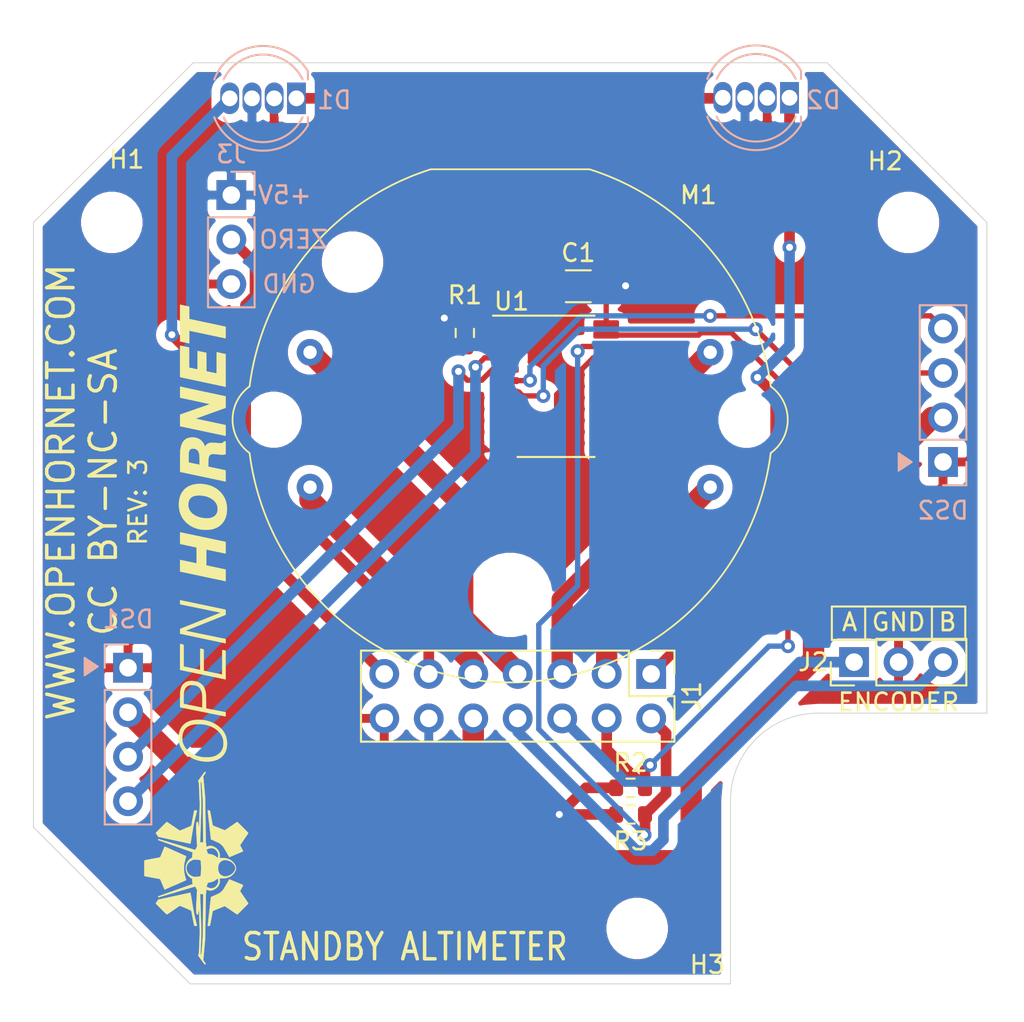
<source format=kicad_pcb>
(kicad_pcb (version 20171130) (host pcbnew "(5.1.9)-1")
  (layers (0 F.Cu signal) (31 B.Cu signal) (34 B.Paste user) (35 F.Paste user) (36 B.SilkS user) (37 F.SilkS user) (38 B.Mask user) (39 F.Mask user) (44 Edge.Cuts user))
  (net 0 "")
  (net 1 +3V3)
  (net 2 GND)
  (net 3 /CH_B)
  (net 4 /CH_A)
  (net 5 /ZERO_DETECT)
  (net 6 /COIL4)
  (net 7 /COIL3)
  (net 8 /COIL2)
  (net 9 /COIL1)
  (net 10 +5V)
  (net 11 /SD0)
  (net 12 /SC0)
  (net 13 /SD1)
  (net 14 /SC1)
  (net 15 /SCL)
  (net 16 /SDA)
  (net 17 "Net-(R1-Pad2)")
  (net 18 "Net-(U1-Pad20)")
  (net 19 "Net-(U1-Pad19)")
  (net 20 "Net-(U1-Pad18)")
  (net 21 "Net-(U1-Pad17)")
  (net 22 "Net-(U1-Pad16)")
  (net 23 "Net-(U1-Pad15)")
  (net 24 "Net-(U1-Pad14)")
  (net 25 "Net-(U1-Pad13)")
  (net 26 "Net-(U1-Pad11)")
  (net 27 "Net-(U1-Pad10)")
  (net 28 "Net-(U1-Pad9)")
  (net 29 "Net-(U1-Pad8)")
  (net 30 /LED_DIN)
  (net 31 "Net-(D1-Pad1)")
  (net 32 /LED_DOUT)
  (module Connector_PinHeader_2.54mm:PinHeader_2x07_P2.54mm_Vertical (layer F.Cu) (at 196.899518 101.778987 270)
    (fp_text reference J1 (at 1.27 -2.33 90) (layer F.SilkS))
    (fp_text value ALT_CONN)
    (pad 14 thru_hole oval (at 2.54 15.24 270) (size 1.7 1.7) (drill 1) (layers *.Cu *.Mask) (net 2 GND))
    (pad 13 thru_hole oval (at 0 15.24 270) (size 1.7 1.7) (drill 1) (layers *.Cu *.Mask) (net 30 /LED_DIN))
    (pad 12 thru_hole oval (at 2.54 12.7 270) (size 1.7 1.7) (drill 1) (layers *.Cu *.Mask) (net 10 +5V))
    (pad 11 thru_hole oval (at 0 12.7 270) (size 1.7 1.7) (drill 1) (layers *.Cu *.Mask) (net 5 /ZERO_DETECT))
    (pad 10 thru_hole oval (at 2.54 10.16 270) (size 1.7 1.7) (drill 1) (layers *.Cu *.Mask) (net 1 +3V3))
    (pad 9 thru_hole oval (at 0 10.16 270) (size 1.7 1.7) (drill 1) (layers *.Cu *.Mask) (net 8 /COIL2))
    (pad 8 thru_hole oval (at 2.54 7.62 270) (size 1.7 1.7) (drill 1) (layers *.Cu *.Mask) (net 3 /CH_B))
    (pad 7 thru_hole oval (at 0 7.62 270) (size 1.7 1.7) (drill 1) (layers *.Cu *.Mask) (net 9 /COIL1))
    (pad 6 thru_hole oval (at 2.54 5.08 270) (size 1.7 1.7) (drill 1) (layers *.Cu *.Mask) (net 4 /CH_A))
    (pad 5 thru_hole oval (at 0 5.08 270) (size 1.7 1.7) (drill 1) (layers *.Cu *.Mask) (net 6 /COIL4))
    (pad 4 thru_hole oval (at 2.54 2.54 270) (size 1.7 1.7) (drill 1) (layers *.Cu *.Mask) (net 16 /SDA))
    (pad 3 thru_hole oval (at 0 2.54 270) (size 1.7 1.7) (drill 1) (layers *.Cu *.Mask) (net 7 /COIL3))
    (pad 2 thru_hole oval (at 2.54 0 270) (size 1.7 1.7) (drill 1) (layers *.Cu *.Mask) (net 15 /SCL))
    (pad 1 thru_hole rect (at 0 0 270) (size 1.7 1.7) (drill 1) (layers *.Cu *.Mask) (net 32 /LED_DOUT))
  )
  (module LED_THT:LED_D5.0mm-4_RGB (layer B.Cu) (at 204.799807 68.880574 180)
    (fp_text reference D2 (at -1.942211 -0.132413) (layer B.SilkS) (effects (justify mirror)))
    (fp_text value 1938)
    (pad 4 thru_hole oval (at 3.81 0 180) (size 1.07 1.8) (drill 0.9) (layers *.Cu *.Mask) (net 31 "Net-(D1-Pad1)"))
    (pad 3 thru_hole oval (at 2.54 0 180) (size 1.07 1.8) (drill 0.9) (layers *.Cu *.Mask) (net 10 +5V))
    (pad 2 thru_hole oval (at 1.27 0 180) (size 1.07 1.8) (drill 0.9) (layers *.Cu *.Mask) (net 2 GND))
    (pad 1 thru_hole rect (at 0 0 180) (size 1.07 1.8) (drill 0.9) (layers *.Cu *.Mask) (net 32 /LED_DOUT))
  )
  (module LED_THT:LED_D5.0mm-4_RGB (layer B.Cu) (at 176.644309 68.912574 180)
    (fp_text reference D1 (at -2.157709 -0.100413) (layer B.SilkS) (effects (justify mirror)))
    (fp_text value 1938)
    (pad 4 thru_hole oval (at 3.81 0 180) (size 1.07 1.8) (drill 0.9) (layers *.Cu *.Mask) (net 30 /LED_DIN))
    (pad 3 thru_hole oval (at 2.54 0 180) (size 1.07 1.8) (drill 0.9) (layers *.Cu *.Mask) (net 10 +5V))
    (pad 2 thru_hole oval (at 1.27 0 180) (size 1.07 1.8) (drill 0.9) (layers *.Cu *.Mask) (net 2 GND))
    (pad 1 thru_hole rect (at 0 0 180) (size 1.07 1.8) (drill 0.9) (layers *.Cu *.Mask) (net 31 "Net-(D1-Pad1)"))
  )
  (module "KiCAD Libraries:OH_LOGO_37.7mm_5.9mm" (layer F.Cu) (at 170.927515 99.539452 90)
    (fp_text reference G*** hide)
    (fp_text value LOGO hide)
  )
  (module MountingHole:MountingHole_2.5mm (layer F.Cu) (at 196.102017 116.313568)
    (fp_text reference H3 (at 4.001498 2.063884) (layer F.SilkS))
    (fp_text value MountingHole)
    (pad 1 np_thru_hole circle (at 0 0) (size 2.5 2.5) (drill 2.5) (layers *.Cu *.Mask))
  )
  (module MountingHole:MountingHole_2.5mm (layer F.Cu) (at 211.592098 75.997987)
    (fp_text reference H2 (at -1.328583 -3.5) (layer F.SilkS))
    (fp_text value MountingHole)
    (pad 1 np_thru_hole circle (at 0 0) (size 2.5 2.5) (drill 2.5) (layers *.Cu *.Mask))
  )
  (module MountingHole:MountingHole_2.5mm (layer F.Cu) (at 166.102018 75.997987)
    (fp_text reference H1 (at 0.854497 -3.594535) (layer F.SilkS))
    (fp_text value MountingHole)
    (pad 1 np_thru_hole circle (at 0 0) (size 2.5 2.5) (drill 2.5) (layers *.Cu *.Mask))
  )
  (module Package_SO:TSSOP-24_4.4x7.8mm_P0.65mm (layer F.Cu) (at 191.467515 85.357452)
    (fp_text reference U1 (at -2.54 -4.85) (layer F.SilkS))
    (fp_text value TCA9548APWR)
    (pad 24 smd roundrect (at 2.8625 -3.575) (size 1.475 0.4) (layers F.Cu F.Paste F.Mask) (net 10 +5V))
    (pad 23 smd roundrect (at 2.8625 -2.925) (size 1.475 0.4) (layers F.Cu F.Paste F.Mask) (net 16 /SDA))
    (pad 22 smd roundrect (at 2.8625 -2.275) (size 1.475 0.4) (layers F.Cu F.Paste F.Mask) (net 15 /SCL))
    (pad 21 smd roundrect (at 2.8625 -1.625) (size 1.475 0.4) (layers F.Cu F.Paste F.Mask) (net 2 GND))
    (pad 20 smd roundrect (at 2.8625 -0.975) (size 1.475 0.4) (layers F.Cu F.Paste F.Mask) (net 18 "Net-(U1-Pad20)"))
    (pad 19 smd roundrect (at 2.8625 -0.325) (size 1.475 0.4) (layers F.Cu F.Paste F.Mask) (net 19 "Net-(U1-Pad19)"))
    (pad 18 smd roundrect (at 2.8625 0.325) (size 1.475 0.4) (layers F.Cu F.Paste F.Mask) (net 20 "Net-(U1-Pad18)"))
    (pad 17 smd roundrect (at 2.8625 0.975) (size 1.475 0.4) (layers F.Cu F.Paste F.Mask) (net 21 "Net-(U1-Pad17)"))
    (pad 16 smd roundrect (at 2.8625 1.625) (size 1.475 0.4) (layers F.Cu F.Paste F.Mask) (net 22 "Net-(U1-Pad16)"))
    (pad 15 smd roundrect (at 2.8625 2.275) (size 1.475 0.4) (layers F.Cu F.Paste F.Mask) (net 23 "Net-(U1-Pad15)"))
    (pad 14 smd roundrect (at 2.8625 2.925) (size 1.475 0.4) (layers F.Cu F.Paste F.Mask) (net 24 "Net-(U1-Pad14)"))
    (pad 13 smd roundrect (at 2.8625 3.575) (size 1.475 0.4) (layers F.Cu F.Paste F.Mask) (net 25 "Net-(U1-Pad13)"))
    (pad 12 smd roundrect (at -2.8625 3.575) (size 1.475 0.4) (layers F.Cu F.Paste F.Mask) (net 2 GND))
    (pad 11 smd roundrect (at -2.8625 2.925) (size 1.475 0.4) (layers F.Cu F.Paste F.Mask) (net 26 "Net-(U1-Pad11)"))
    (pad 10 smd roundrect (at -2.8625 2.275) (size 1.475 0.4) (layers F.Cu F.Paste F.Mask) (net 27 "Net-(U1-Pad10)"))
    (pad 9 smd roundrect (at -2.8625 1.625) (size 1.475 0.4) (layers F.Cu F.Paste F.Mask) (net 28 "Net-(U1-Pad9)"))
    (pad 8 smd roundrect (at -2.8625 0.975) (size 1.475 0.4) (layers F.Cu F.Paste F.Mask) (net 29 "Net-(U1-Pad8)"))
    (pad 7 smd roundrect (at -2.8625 0.325) (size 1.475 0.4) (layers F.Cu F.Paste F.Mask) (net 14 /SC1))
    (pad 6 smd roundrect (at -2.8625 -0.325) (size 1.475 0.4) (layers F.Cu F.Paste F.Mask) (net 13 /SD1))
    (pad 5 smd roundrect (at -2.8625 -0.975) (size 1.475 0.4) (layers F.Cu F.Paste F.Mask) (net 12 /SC0))
    (pad 4 smd roundrect (at -2.8625 -1.625) (size 1.475 0.4) (layers F.Cu F.Paste F.Mask) (net 11 /SD0))
    (pad 3 smd roundrect (at -2.8625 -2.275) (size 1.475 0.4) (layers F.Cu F.Paste F.Mask) (net 17 "Net-(R1-Pad2)"))
    (pad 2 smd roundrect (at -2.8625 -2.925) (size 1.475 0.4) (layers F.Cu F.Paste F.Mask) (net 2 GND))
    (pad 1 smd roundrect (at -2.8625 -3.575) (size 1.475 0.4) (layers F.Cu F.Paste F.Mask) (net 2 GND))
  )
  (module Resistor_SMD:R_0603_1608Metric (layer F.Cu) (at 195.722015 109.804952)
    (fp_text reference R3 (at 0 1.524) (layer F.SilkS))
    (fp_text value 10K)
    (pad 2 smd roundrect (at 0.825 0) (size 0.8 0.95) (layers F.Cu F.Paste F.Mask) (net 15 /SCL))
    (pad 1 smd roundrect (at -0.825 0) (size 0.8 0.95) (layers F.Cu F.Paste F.Mask) (net 10 +5V))
  )
  (module Resistor_SMD:R_0603_1608Metric (layer F.Cu) (at 195.722015 108.280952)
    (fp_text reference R2 (at 0 -1.43) (layer F.SilkS))
    (fp_text value 10K)
    (pad 2 smd roundrect (at 0.825 0) (size 0.8 0.95) (layers F.Cu F.Paste F.Mask) (net 16 /SDA))
    (pad 1 smd roundrect (at -0.825 0) (size 0.8 0.95) (layers F.Cu F.Paste F.Mask) (net 10 +5V))
  )
  (module Resistor_SMD:R_0603_1608Metric (layer F.Cu) (at 186.260515 82.309452 270)
    (fp_text reference R1 (at -2.159 0) (layer F.SilkS))
    (fp_text value 10K)
    (pad 2 smd roundrect (at 0.825 0 270) (size 0.8 0.95) (layers F.Cu F.Paste F.Mask) (net 17 "Net-(R1-Pad2)"))
    (pad 1 smd roundrect (at -0.825 0 270) (size 0.8 0.95) (layers F.Cu F.Paste F.Mask) (net 10 +5V))
  )
  (module "KiCAD Libraries:VID29-02" (layer F.Cu) (at 189.012058 87.263953)
    (fp_text reference M1 (at 10.583457 -12.828501) (layer F.SilkS))
    (fp_text value VID29-02)
    (pad "" np_thru_hole circle (at -0.165 10) (size 3.8 3.8) (drill 3.8) (layers *.Cu *.Mask))
    (pad "" np_thru_hole circle (at -9.165 -9) (size 2.5 2.5) (drill 2.5) (layers *.Cu *.Mask))
    (pad "" np_thru_hole circle (at 13.335 0) (size 2.2 2.2) (drill 2.2) (layers *.Cu *.Mask))
    (pad "" np_thru_hole circle (at -13.665 0) (size 2.2 2.2) (drill 2.2) (layers *.Cu *.Mask))
    (pad 4 thru_hole circle (at 11.26 -3.85) (size 1.524 1.524) (drill 0.762) (layers *.Cu *.Mask) (net 6 /COIL4))
    (pad 3 thru_hole circle (at 11.26 3.85) (size 1.524 1.524) (drill 0.762) (layers *.Cu *.Mask) (net 7 /COIL3))
    (pad 2 thru_hole circle (at -11.59 3.85) (size 1.524 1.524) (drill 0.762) (layers *.Cu *.Mask) (net 8 /COIL2))
    (pad 1 thru_hole circle (at -11.59 -3.85) (size 1.524 1.524) (drill 0.762) (layers *.Cu *.Mask) (net 9 /COIL1))
  )
  (module Connector_PinHeader_2.54mm:PinHeader_1x03_P2.54mm_Vertical (layer B.Cu) (at 172.925515 74.435452 180)
    (fp_text reference J3 (at 0 2.33) (layer B.SilkS) (effects (justify mirror)))
    (fp_text value ZERO)
    (pad 3 thru_hole oval (at 0 -5.08 180) (size 1.7 1.7) (drill 1) (layers *.Cu *.Mask) (net 2 GND))
    (pad 2 thru_hole oval (at 0 -2.54 180) (size 1.7 1.7) (drill 1) (layers *.Cu *.Mask) (net 5 /ZERO_DETECT))
    (pad 1 thru_hole rect (at 0 0 180) (size 1.7 1.7) (drill 1) (layers *.Cu *.Mask) (net 10 +5V))
  )
  (module Connector_PinHeader_2.54mm:PinHeader_1x03_P2.54mm_Vertical (layer F.Cu) (at 208.485515 101.105452 90)
    (fp_text reference J2 (at 0 -2.33 180) (layer F.SilkS))
    (fp_text value ENCODER (at -2.286 2.54 180) (layer F.SilkS))
    (pad 3 thru_hole oval (at 0 5.08 90) (size 1.7 1.7) (drill 1) (layers *.Cu *.Mask) (net 3 /CH_B))
    (pad 2 thru_hole oval (at 0 2.54 90) (size 1.7 1.7) (drill 1) (layers *.Cu *.Mask) (net 2 GND))
    (pad 1 thru_hole rect (at 0 0 90) (size 1.7 1.7) (drill 1) (layers *.Cu *.Mask) (net 4 /CH_A))
  )
  (module Connector_PinSocket_2.54mm:PinSocket_1x04_P2.54mm_Vertical (layer B.Cu) (at 213.565515 89.675452)
    (fp_text reference DS2 (at 0 2.77) (layer B.SilkS) (effects (justify mirror)))
    (fp_text value PRESS_DISP)
    (pad 4 thru_hole oval (at 0 -7.62) (size 1.7 1.7) (drill 1) (layers *.Cu *.Mask) (net 13 /SD1))
    (pad 3 thru_hole oval (at 0 -5.08) (size 1.7 1.7) (drill 1) (layers *.Cu *.Mask) (net 14 /SC1))
    (pad 2 thru_hole oval (at 0 -2.54) (size 1.7 1.7) (drill 1) (layers *.Cu *.Mask) (net 1 +3V3))
    (pad 1 thru_hole rect (at 0 0) (size 1.7 1.7) (drill 1) (layers *.Cu *.Mask) (net 2 GND))
  )
  (module Connector_PinSocket_2.54mm:PinSocket_1x04_P2.54mm_Vertical (layer B.Cu) (at 167.028601 101.427091 180)
    (fp_text reference DS1 (at 0 2.77) (layer B.SilkS) (effects (justify mirror)))
    (fp_text value 10K_ALT_DISP)
    (pad 4 thru_hole oval (at 0 -7.62 180) (size 1.7 1.7) (drill 1) (layers *.Cu *.Mask) (net 11 /SD0))
    (pad 3 thru_hole oval (at 0 -5.08 180) (size 1.7 1.7) (drill 1) (layers *.Cu *.Mask) (net 12 /SC0))
    (pad 2 thru_hole oval (at 0 -2.54 180) (size 1.7 1.7) (drill 1) (layers *.Cu *.Mask) (net 1 +3V3))
    (pad 1 thru_hole rect (at 0 0 180) (size 1.7 1.7) (drill 1) (layers *.Cu *.Mask) (net 2 GND))
  )
  (module Capacitor_SMD:C_1206_3216Metric (layer F.Cu) (at 192.737515 79.642452 180)
    (fp_text reference C1 (at 0 1.905) (layer F.SilkS))
    (fp_text value 47uF)
    (pad 2 smd roundrect (at 1.475 0 180) (size 1.15 1.8) (layers F.Cu F.Paste F.Mask) (roundrect_rratio 0.2173904347826087) (net 2 GND))
    (pad 1 smd roundrect (at -1.475 0 180) (size 1.15 1.8) (layers F.Cu F.Paste F.Mask) (roundrect_rratio 0.2173904347826087) (net 10 +5V))
  )
  (gr_text "WWW.OPENHORNET.COM\nCC BY-NC-SA" (at 164.409515 91.398552 90) (layer F.SilkS) (effects (font (size 1.5 1.5) (thickness 0.2))))
  (gr_text "REV: 3" (at 167.591515 91.961452 90) (layer F.SilkS) (effects (font (size 1 1))))
  (gr_poly (pts (xy 211.787515 89.675452) (xy 211.025515 90.183452) (xy 211.025515 89.167452)) (layer B.SilkS) (width 0.1))
  (gr_poly (pts (xy 165.305515 101.359452) (xy 164.543515 101.867452) (xy 164.543515 100.851452)) (layer B.SilkS) (width 0.1))
  (gr_text GND (at 176.227515 79.515452) (layer B.SilkS) (effects (font (size 1 1)) (justify mirror)))
  (gr_text ZERO (at 176.481515 76.975452) (layer B.SilkS) (effects (font (size 1 1)) (justify mirror)))
  (gr_text +5V (at 175.973515 74.435452) (layer B.SilkS) (effects (font (size 1 1)) (justify mirror)))
  (gr_line (start 214.835515 97.930452) (end 209.120515 97.930452) (layer F.SilkS) (width 0.12))
  (gr_line (start 214.835515 99.835452) (end 214.835515 97.930452) (layer F.SilkS) (width 0.12))
  (gr_line (start 212.930515 99.835452) (end 214.835515 99.835452) (layer F.SilkS) (width 0.12))
  (gr_line (start 209.120515 99.835452) (end 212.930515 99.835452) (layer F.SilkS) (width 0.12))
  (gr_line (start 207.215515 99.835452) (end 209.120515 99.835452) (layer F.SilkS) (width 0.12))
  (gr_line (start 207.215515 97.930452) (end 207.215515 99.835452) (layer F.SilkS) (width 0.12))
  (gr_line (start 209.120515 97.930452) (end 207.215515 97.930452) (layer F.SilkS) (width 0.12))
  (gr_line (start 212.930515 97.930452) (end 212.930515 99.835452) (layer F.SilkS) (width 0.12))
  (gr_line (start 209.120515 97.930452) (end 209.120515 99.835452) (layer F.SilkS) (width 0.12))
  (gr_text B (at 213.819515 98.819452) (layer F.SilkS) (effects (font (size 1 1))))
  (gr_text GND (at 211.025515 98.819452) (layer F.SilkS) (effects (font (size 1 1))))
  (gr_text A (at 208.231515 98.819452) (layer F.SilkS) (effects (font (size 1 1))))
  (gr_text "STANDBY ALTIMETER" (at 182.831515 117.361452) (layer F.SilkS) (effects (font (size 1.5 1.25) (thickness 0.2))))
  (gr_line (start 216.065515 104.02053) (end 216.065515 75.997987) (layer Edge.Cuts) (width 0.05))
  (gr_line (start 161.628601 110.529917) (end 170.575435 119.476751) (layer Edge.Cuts) (width 0.05))
  (gr_line (start 201.428015 119.476751) (end 201.428015 109.02053) (layer Edge.Cuts) (width 0.05))
  (gr_line (start 206.428015 104.02053) (end 216.065515 104.02053) (layer Edge.Cuts) (width 0.05))
  (gr_line (start 216.065515 75.997987) (end 206.948102 66.880574) (layer Edge.Cuts) (width 0.05))
  (gr_line (start 206.948102 66.880574) (end 170.746014 66.880574) (layer Edge.Cuts) (width 0.05))
  (gr_line (start 170.575435 119.476751) (end 201.428015 119.476751) (layer Edge.Cuts) (width 0.05))
  (gr_line (start 161.628601 75.997987) (end 161.628601 110.529917) (layer Edge.Cuts) (width 0.05))
  (gr_arc (start 206.428015 109.02053) (end 206.428015 104.02053) (angle -90) (layer Edge.Cuts) (width 0.05))
  (gr_line (start 170.746014 66.880574) (end 161.628601 75.997987) (layer Edge.Cuts) (width 0.05))
  (segment (start 170.174497 107.112987) (end 167.028601 103.967091) (width 1.2192) (layer F.Cu) (net 1))
  (segment (start 185.723518 107.112987) (end 170.174497 107.112987) (width 1.2192) (layer F.Cu) (net 1))
  (segment (start 186.739518 106.096987) (end 185.723518 107.112987) (width 1.2192) (layer F.Cu) (net 1))
  (segment (start 186.739518 104.318987) (end 186.739518 106.096987) (width 1.2192) (layer F.Cu) (net 1))
  (segment (start 212.948233 87.135452) (end 213.565515 87.135452) (width 1.2192) (layer F.Cu) (net 1))
  (segment (start 206.170518 93.913167) (end 212.948233 87.135452) (width 1.2192) (layer F.Cu) (net 1))
  (segment (start 206.170518 100.953487) (end 206.170518 93.913167) (width 1.2192) (layer F.Cu) (net 1))
  (segment (start 199.185518 107.938487) (end 206.170518 100.953487) (width 1.2192) (layer F.Cu) (net 1))
  (segment (start 199.185518 112.446987) (end 199.185518 107.938487) (width 1.2192) (layer F.Cu) (net 1))
  (segment (start 192.518018 112.446987) (end 199.185518 112.446987) (width 1.2192) (layer F.Cu) (net 1))
  (segment (start 186.739518 106.668487) (end 192.518018 112.446987) (width 1.2192) (layer F.Cu) (net 1))
  (segment (start 186.739518 104.318987) (end 186.739518 106.668487) (width 1.2192) (layer F.Cu) (net 1))
  (segment (start 193.592515 83.732452) (end 191.502018 85.822949) (width 0.3048) (layer F.Cu) (net 2))
  (segment (start 194.330015 83.732452) (end 193.592515 83.732452) (width 0.3048) (layer F.Cu) (net 2))
  (segment (start 189.332323 88.932452) (end 188.605015 88.932452) (width 0.3048) (layer F.Cu) (net 2))
  (segment (start 191.502018 86.762757) (end 189.332323 88.932452) (width 0.3048) (layer F.Cu) (net 2))
  (segment (start 191.502018 85.822949) (end 191.502018 86.762757) (width 0.3048) (layer F.Cu) (net 2))
  (segment (start 188.605015 81.782452) (end 189.539483 81.782452) (width 0.3048) (layer F.Cu) (net 2))
  (segment (start 189.539483 81.782452) (end 189.660518 81.903487) (width 0.3048) (layer F.Cu) (net 2))
  (segment (start 189.660518 81.903487) (end 189.660518 82.411487) (width 0.3048) (layer F.Cu) (net 2))
  (segment (start 189.639553 82.432452) (end 188.605015 82.432452) (width 0.3048) (layer F.Cu) (net 2))
  (segment (start 189.660518 82.411487) (end 189.639553 82.432452) (width 0.3048) (layer F.Cu) (net 2))
  (segment (start 212.210714 102.460253) (end 213.565515 101.105452) (width 0.6096) (layer B.Cu) (net 3))
  (segment (start 205.163683 102.460253) (end 212.210714 102.460253) (width 0.6096) (layer B.Cu) (net 3))
  (segment (start 197.598018 110.025918) (end 205.163683 102.460253) (width 0.6096) (layer B.Cu) (net 3))
  (segment (start 197.598018 111.240487) (end 197.598018 110.025918) (width 0.6096) (layer B.Cu) (net 3))
  (segment (start 196.074018 111.875487) (end 196.963018 111.875487) (width 0.6096) (layer B.Cu) (net 3))
  (segment (start 196.963018 111.875487) (end 197.598018 111.240487) (width 0.6096) (layer B.Cu) (net 3))
  (segment (start 189.279518 105.080987) (end 196.074018 111.875487) (width 0.6096) (layer B.Cu) (net 3))
  (segment (start 189.279518 104.318987) (end 189.279518 105.080987) (width 0.6096) (layer B.Cu) (net 3))
  (segment (start 191.819518 104.318987) (end 195.421167 107.920636) (width 0.6096) (layer B.Cu) (net 4))
  (segment (start 195.421167 107.920636) (end 198.558338 107.920636) (width 0.6096) (layer B.Cu) (net 4))
  (segment (start 198.558338 107.920636) (end 205.373522 101.105452) (width 0.6096) (layer B.Cu) (net 4))
  (segment (start 205.373522 101.105452) (end 208.485515 101.105452) (width 0.6096) (layer B.Cu) (net 4))
  (segment (start 174.280316 80.165757) (end 174.280316 78.330253) (width 0.6096) (layer F.Cu) (net 5))
  (segment (start 173.742257 80.703816) (end 174.280316 80.165757) (width 0.6096) (layer F.Cu) (net 5))
  (segment (start 173.742257 89.752444) (end 173.742257 80.703816) (width 0.6096) (layer F.Cu) (net 5))
  (segment (start 184.199518 100.209705) (end 173.742257 89.752444) (width 0.6096) (layer F.Cu) (net 5))
  (segment (start 184.199518 101.778987) (end 184.199518 100.209705) (width 0.6096) (layer F.Cu) (net 5))
  (segment (start 174.280316 78.330253) (end 172.925515 76.975452) (width 0.6096) (layer F.Cu) (net 5))
  (segment (start 191.819518 101.778987) (end 191.819518 97.559427) (width 1.2192) (layer F.Cu) (net 6))
  (segment (start 191.819518 97.559427) (end 195.877125 93.50182) (width 1.2192) (layer F.Cu) (net 6))
  (segment (start 195.877125 93.50182) (end 195.877125 87.808886) (width 1.2192) (layer F.Cu) (net 6))
  (segment (start 195.877125 87.808886) (end 200.272058 83.413953) (width 1.2192) (layer F.Cu) (net 6))
  (segment (start 194.359518 97.026493) (end 200.272058 91.113953) (width 1.2192) (layer F.Cu) (net 7))
  (segment (start 194.359518 101.778987) (end 194.359518 97.026493) (width 1.2192) (layer F.Cu) (net 7))
  (segment (start 177.422058 91.856231) (end 177.422058 91.113953) (width 1.2192) (layer F.Cu) (net 8))
  (segment (start 186.739518 101.778987) (end 186.739518 101.173691) (width 1.2192) (layer F.Cu) (net 8))
  (segment (start 186.739518 101.173691) (end 177.422058 91.856231) (width 1.2192) (layer F.Cu) (net 8))
  (segment (start 186.137457 98.564562) (end 186.137457 92.129352) (width 1.2192) (layer F.Cu) (net 9))
  (segment (start 189.279518 101.778987) (end 189.279518 101.706623) (width 1.2192) (layer F.Cu) (net 9))
  (segment (start 189.279518 101.706623) (end 186.137457 98.564562) (width 1.2192) (layer F.Cu) (net 9))
  (segment (start 186.137457 92.129352) (end 177.422058 83.413953) (width 1.2192) (layer F.Cu) (net 9))
  (via (at 185.088518 81.458987) (size 0.8) (drill 0.4) (layers F.Cu B.Cu) (net 10))
  (segment (start 185.113983 81.484452) (end 185.088518 81.458987) (width 0.3048) (layer F.Cu) (net 10))
  (segment (start 186.260515 81.484452) (end 185.113983 81.484452) (width 0.3048) (layer F.Cu) (net 10))
  (segment (start 194.330015 79.759952) (end 194.212515 79.642452) (width 0.3048) (layer F.Cu) (net 10))
  (segment (start 194.330015 81.782452) (end 194.330015 79.759952) (width 0.3048) (layer F.Cu) (net 10))
  (via (at 195.439018 79.617487) (size 0.8) (drill 0.4) (layers F.Cu B.Cu) (net 10))
  (segment (start 195.414053 79.642452) (end 195.439018 79.617487) (width 0.3048) (layer F.Cu) (net 10))
  (segment (start 194.212515 79.642452) (end 195.414053 79.642452) (width 0.3048) (layer F.Cu) (net 10))
  (segment (start 193.177981 108.280952) (end 191.653981 109.804952) (width 0.6096) (layer F.Cu) (net 10))
  (segment (start 194.897015 108.280952) (end 193.177981 108.280952) (width 0.6096) (layer F.Cu) (net 10))
  (via (at 191.653981 109.804952) (size 0.8) (drill 0.4) (layers F.Cu B.Cu) (net 10))
  (segment (start 191.653981 109.804952) (end 194.897015 109.804952) (width 0.6096) (layer F.Cu) (net 10))
  (via (at 186.866518 84.252987) (size 0.8) (drill 0.4) (layers F.Cu B.Cu) (net 11))
  (segment (start 188.605015 83.732452) (end 187.387053 83.732452) (width 0.3048) (layer F.Cu) (net 11))
  (segment (start 187.387053 83.732452) (end 186.866518 84.252987) (width 0.3048) (layer F.Cu) (net 11))
  (segment (start 167.028601 109.047091) (end 186.866518 89.209174) (width 0.6096) (layer B.Cu) (net 11))
  (segment (start 186.866518 89.209174) (end 186.866518 84.252987) (width 0.6096) (layer B.Cu) (net 11))
  (via (at 185.898783 84.505006) (size 0.8) (drill 0.4) (layers F.Cu B.Cu) (net 12))
  (segment (start 188.605015 84.382452) (end 187.850607 84.382452) (width 0.3048) (layer F.Cu) (net 12))
  (segment (start 167.028601 106.507091) (end 185.898783 87.636909) (width 0.6096) (layer B.Cu) (net 12))
  (segment (start 185.898783 87.636909) (end 185.898783 84.505006) (width 0.6096) (layer B.Cu) (net 12))
  (segment (start 187.850607 84.382452) (end 187.227671 85.005388) (width 0.3048) (layer F.Cu) (net 12))
  (segment (start 187.227671 85.005388) (end 186.399165 85.005388) (width 0.3048) (layer F.Cu) (net 12))
  (segment (start 186.399165 85.005388) (end 185.898783 84.505006) (width 0.3048) (layer F.Cu) (net 12))
  (via (at 189.978018 85.014987) (size 0.8) (drill 0.4) (layers F.Cu B.Cu) (net 13))
  (segment (start 189.960553 85.032452) (end 189.978018 85.014987) (width 0.3048) (layer F.Cu) (net 13))
  (segment (start 188.605015 85.032452) (end 189.960553 85.032452) (width 0.3048) (layer F.Cu) (net 13))
  (via (at 200.265018 81.331987) (size 0.8) (drill 0.4) (layers F.Cu B.Cu) (net 13))
  (segment (start 212.84205 81.331987) (end 213.565515 82.055452) (width 0.3048) (layer F.Cu) (net 13))
  (segment (start 200.265018 81.331987) (end 212.84205 81.331987) (width 0.3048) (layer F.Cu) (net 13))
  (segment (start 189.978018 85.014987) (end 189.978018 84.237577) (width 0.3048) (layer B.Cu) (net 13))
  (segment (start 189.978018 84.237577) (end 192.883608 81.331987) (width 0.3048) (layer B.Cu) (net 13))
  (segment (start 192.883608 81.331987) (end 200.265018 81.331987) (width 0.3048) (layer B.Cu) (net 13))
  (segment (start 205.369983 84.595452) (end 202.868518 82.093987) (width 0.3048) (layer F.Cu) (net 14))
  (via (at 202.868518 82.093987) (size 0.8) (drill 0.4) (layers F.Cu B.Cu) (net 14))
  (segment (start 213.565515 84.595452) (end 205.369983 84.595452) (width 0.3048) (layer F.Cu) (net 14))
  (segment (start 202.868518 82.093987) (end 194.613518 82.093987) (width 0.3048) (layer B.Cu) (net 14))
  (segment (start 194.613518 82.093987) (end 193.280018 82.093987) (width 0.3048) (layer B.Cu) (net 14))
  (segment (start 193.280018 82.093987) (end 192.835518 82.093987) (width 0.3048) (layer B.Cu) (net 14))
  (via (at 190.740018 85.903987) (size 0.8) (drill 0.4) (layers F.Cu B.Cu) (net 14))
  (segment (start 190.740018 84.189487) (end 190.740018 85.903987) (width 0.3048) (layer B.Cu) (net 14))
  (segment (start 192.835518 82.093987) (end 190.740018 84.189487) (width 0.3048) (layer B.Cu) (net 14))
  (segment (start 189.342515 85.682452) (end 188.605015 85.682452) (width 0.3048) (layer F.Cu) (net 14))
  (segment (start 189.56405 85.903987) (end 189.342515 85.682452) (width 0.3048) (layer F.Cu) (net 14))
  (segment (start 190.740018 85.903987) (end 189.56405 85.903987) (width 0.3048) (layer F.Cu) (net 14))
  (segment (start 197.749517 108.60245) (end 196.547015 109.804952) (width 0.6096) (layer F.Cu) (net 15))
  (segment (start 197.749517 105.168986) (end 197.749517 108.60245) (width 0.6096) (layer F.Cu) (net 15))
  (segment (start 196.899518 104.318987) (end 197.749517 105.168986) (width 0.6096) (layer F.Cu) (net 15))
  (segment (start 196.547015 110.94218) (end 196.518518 110.970677) (width 0.6096) (layer F.Cu) (net 15))
  (via (at 196.518518 110.970677) (size 0.8) (drill 0.4) (layers F.Cu B.Cu) (net 15))
  (segment (start 196.547015 109.804952) (end 196.547015 110.94218) (width 0.6096) (layer F.Cu) (net 15))
  (segment (start 192.974623 83.082452) (end 192.700803 83.356272) (width 0.3048) (layer F.Cu) (net 15))
  (via (at 192.700803 83.356272) (size 0.8) (drill 0.4) (layers F.Cu B.Cu) (net 15))
  (segment (start 196.518518 110.970677) (end 190.481919 104.934078) (width 0.3048) (layer B.Cu) (net 15))
  (segment (start 194.330015 83.082452) (end 192.974623 83.082452) (width 0.3048) (layer F.Cu) (net 15))
  (segment (start 190.481919 104.934078) (end 190.481919 98.962646) (width 0.3048) (layer B.Cu) (net 15))
  (segment (start 190.481919 98.962646) (end 192.700803 96.743762) (width 0.3048) (layer B.Cu) (net 15))
  (segment (start 192.700803 96.743762) (end 192.700803 83.356272) (width 0.3048) (layer B.Cu) (net 15))
  (segment (start 194.359518 106.093455) (end 196.547015 108.280952) (width 0.6096) (layer F.Cu) (net 16))
  (segment (start 194.359518 104.318987) (end 194.359518 106.093455) (width 0.6096) (layer F.Cu) (net 16))
  (segment (start 196.547015 107.27499) (end 196.836018 106.985987) (width 0.6096) (layer F.Cu) (net 16))
  (via (at 196.836018 106.985987) (size 0.8) (drill 0.4) (layers F.Cu B.Cu) (net 16))
  (segment (start 196.547015 108.280952) (end 196.547015 107.27499) (width 0.6096) (layer F.Cu) (net 16))
  (segment (start 199.737145 82.299552) (end 201.486583 82.299552) (width 0.3048) (layer F.Cu) (net 16))
  (segment (start 194.330015 82.432452) (end 199.604245 82.432452) (width 0.3048) (layer F.Cu) (net 16))
  (segment (start 199.604245 82.432452) (end 199.737145 82.299552) (width 0.3048) (layer F.Cu) (net 16))
  (via (at 204.710018 100.191487) (size 0.8) (drill 0.4) (layers F.Cu B.Cu) (net 16))
  (segment (start 204.710018 85.522987) (end 204.710018 100.191487) (width 0.3048) (layer F.Cu) (net 16))
  (segment (start 201.486583 82.299552) (end 204.710018 85.522987) (width 0.3048) (layer F.Cu) (net 16))
  (segment (start 203.630518 100.191487) (end 196.836018 106.985987) (width 0.3048) (layer B.Cu) (net 16))
  (segment (start 204.710018 100.191487) (end 203.630518 100.191487) (width 0.3048) (layer B.Cu) (net 16))
  (segment (start 188.553015 83.134452) (end 188.605015 83.082452) (width 0.3048) (layer F.Cu) (net 17))
  (segment (start 186.260515 83.134452) (end 188.553015 83.134452) (width 0.3048) (layer F.Cu) (net 17))
  (segment (start 172.932646 93.052115) (end 172.932646 85.813115) (width 0.6096) (layer F.Cu) (net 30))
  (segment (start 181.659518 101.778987) (end 172.932646 93.052115) (width 0.6096) (layer F.Cu) (net 30))
  (via (at 169.531018 82.411487) (size 0.8) (drill 0.4) (layers F.Cu B.Cu) (net 30))
  (segment (start 172.932646 85.813115) (end 169.531018 82.411487) (width 0.6096) (layer F.Cu) (net 30))
  (segment (start 169.531018 72.215865) (end 172.834309 68.912574) (width 0.6096) (layer B.Cu) (net 30))
  (segment (start 169.531018 82.411487) (end 169.531018 72.215865) (width 0.6096) (layer B.Cu) (net 30))
  (segment (start 200.957807 68.912574) (end 200.989807 68.880574) (width 0.6096) (layer F.Cu) (net 31))
  (segment (start 176.644309 68.912574) (end 200.957807 68.912574) (width 0.6096) (layer F.Cu) (net 31))
  (segment (start 204.00922 85.886258) (end 202.974221 84.851259) (width 0.6096) (layer F.Cu) (net 32))
  (via (at 202.974221 84.851259) (size 0.8) (drill 0.4) (layers F.Cu B.Cu) (net 32))
  (segment (start 204.00922 94.669285) (end 204.00922 85.886258) (width 0.6096) (layer F.Cu) (net 32))
  (segment (start 196.899518 101.778987) (end 204.00922 94.669285) (width 0.6096) (layer F.Cu) (net 32))
  (via (at 204.799807 77.421276) (size 0.8) (drill 0.4) (layers F.Cu B.Cu) (net 32))
  (segment (start 204.799807 68.880574) (end 204.799807 77.421276) (width 0.6096) (layer F.Cu) (net 32))
  (segment (start 202.974221 84.851259) (end 204.799807 83.025673) (width 0.6096) (layer B.Cu) (net 32))
  (segment (start 204.799807 83.025673) (end 204.799807 77.421276) (width 0.6096) (layer B.Cu) (net 32))
  (zone (net 2) (net_name GND) (layer F.Cu) (connect_pads (clearance 0.508)) (min_thickness 0.254) (fill yes (arc_segments 32) (thermal_gap 0.508) (thermal_bridge_width 0.508))
    (polygon (pts (xy 218.137515 121.679452) (xy 159.717515 121.679452) (xy 159.717515 63.297987) (xy 218.137515 63.297987)))
  )
  (zone (net 10) (net_name +5V) (layer B.Cu) (connect_pads (clearance 0.508)) (min_thickness 0.254) (fill yes (arc_segments 32) (thermal_gap 0.508) (thermal_bridge_width 0.508))
    (polygon (pts (xy 218.137515 121.679452) (xy 159.717515 121.679452) (xy 159.717515 63.297987) (xy 218.137515 63.297987)))
  )
)
</source>
